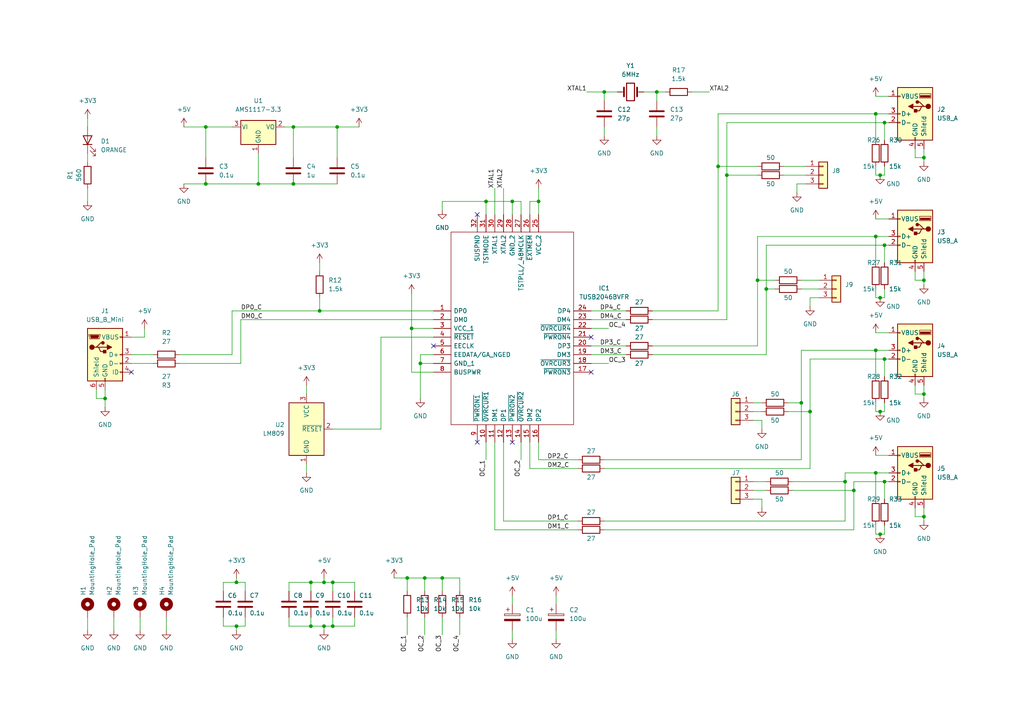
<source format=kicad_sch>
(kicad_sch (version 20211123) (generator eeschema)
  (paper "A4")
  (lib_symbols
    (symbol "Connector:USB_A" (pin_names (offset 1.016))
      (property "Reference" "J" (at -5.08 11.43 0))
      (property "Value" "USB_A" (at -5.08 8.89 0))
      (symbol "USB_A_0_1"
        (rectangle (start -5.08 -7.62) (end 5.08 7.62) (stroke (width 0.254)) (fill (type background)))
        (circle (center -3.81 2.159) (radius 0.635) (stroke (width 0.254)) (fill (type outline)))
        (rectangle (start -1.524 4.826) (end -4.318 5.334) (fill (type outline)))
        (rectangle (start -1.27 4.572) (end -4.572 5.842))
        (circle (center -0.635 3.429) (radius 0.381) (stroke (width 0.254)) (fill (type outline)))
        (rectangle (start -0.127 -7.62) (end 0.127 -6.858))
        (polyline (pts (xy -3.175 2.159) (xy -2.54 2.159) (xy -1.27 3.429) (xy -0.635 3.429)) (stroke (width 0.254)))
        (polyline (pts (xy -2.54 2.159) (xy -1.905 2.159) (xy -1.27 0.889) (xy 0 0.889)) (stroke (width 0.254)))
        (polyline (pts (xy 0.635 2.794) (xy 0.635 1.524) (xy 1.905 2.159) (xy 0.635 2.794)) (stroke (width 0.254)) (fill (type outline)))
        (rectangle (start 0.254 1.27) (end -0.508 0.508) (stroke (width 0.254)) (fill (type outline)))
        (rectangle (start 5.08 -2.667) (end 4.318 -2.413))
        (rectangle (start 5.08 -0.127) (end 4.318 0.127))
        (rectangle (start 5.08 4.953) (end 4.318 5.207))
      )
      (symbol "USB_A_1_1"
        (polyline (pts (xy -1.905 2.159) (xy 0.635 2.159)) (stroke (width 0.254)))
        (pin power_in line (at 7.62 5.08 180) (length 2.54) (name "VBUS") (number "1"))
        (pin bidirectional line (at 7.62 -2.54 180) (length 2.54) (name "D-") (number "2"))
        (pin bidirectional line (at 7.62 0 180) (length 2.54) (name "D+") (number "3"))
        (pin power_in line (at 0 -10.16 90) (length 2.54) (name "GND") (number "4"))
        (pin passive line (at -2.54 -10.16 90) (length 2.54) (name "Shield") (number "5"))
      )
    )
    (symbol "Connector:USB_B_Mini" (pin_names (offset 1.016))
      (property "Reference" "J" (at -5.08 11.43 0))
      (property "Value" "USB_B_Mini" (at -5.08 8.89 0))
      (symbol "USB_B_Mini_0_1"
        (rectangle (start -5.08 -7.62) (end 5.08 7.62) (stroke (width 0.254)) (fill (type background)))
        (circle (center -3.81 2.159) (radius 0.635) (stroke (width 0.254)) (fill (type outline)))
        (circle (center -0.635 3.429) (radius 0.381) (stroke (width 0.254)) (fill (type outline)))
        (rectangle (start -0.127 -7.62) (end 0.127 -6.858))
        (polyline (pts (xy -1.905 2.159) (xy 0.635 2.159)) (stroke (width 0.254)))
        (polyline (pts (xy -3.175 2.159) (xy -2.54 2.159) (xy -1.27 3.429) (xy -0.635 3.429)) (stroke (width 0.254)))
        (polyline (pts (xy -2.54 2.159) (xy -1.905 2.159) (xy -1.27 0.889) (xy 0 0.889)) (stroke (width 0.254)))
        (polyline (pts (xy 0.635 2.794) (xy 0.635 1.524) (xy 1.905 2.159) (xy 0.635 2.794)) (stroke (width 0.254)) (fill (type outline)))
        (polyline (pts (xy -4.318 5.588) (xy -1.778 5.588) (xy -2.032 4.826) (xy -4.064 4.826) (xy -4.318 5.588)) (fill (type outline)))
        (polyline (pts (xy -4.699 5.842) (xy -4.699 5.588) (xy -4.445 4.826) (xy -4.445 4.572) (xy -1.651 4.572) (xy -1.651 4.826) (xy -1.397 5.588) (xy -1.397 5.842) (xy -4.699 5.842)))
        (rectangle (start 0.254 1.27) (end -0.508 0.508) (stroke (width 0.254)) (fill (type outline)))
        (rectangle (start 5.08 -5.207) (end 4.318 -4.953))
        (rectangle (start 5.08 -2.667) (end 4.318 -2.413))
        (rectangle (start 5.08 -0.127) (end 4.318 0.127))
        (rectangle (start 5.08 4.953) (end 4.318 5.207))
      )
      (symbol "USB_B_Mini_1_1"
        (pin power_out line (at 7.62 5.08 180) (length 2.54) (name "VBUS") (number "1"))
        (pin bidirectional line (at 7.62 -2.54 180) (length 2.54) (name "D-") (number "2"))
        (pin bidirectional line (at 7.62 0 180) (length 2.54) (name "D+") (number "3"))
        (pin passive line (at 7.62 -5.08 180) (length 2.54) (name "ID") (number "4"))
        (pin power_out line (at 0 -10.16 90) (length 2.54) (name "GND") (number "5"))
        (pin passive line (at -2.54 -10.16 90) (length 2.54) (name "Shield") (number "6"))
      )
    )
    (symbol "Connector_Generic:Conn_01x03" (pin_names (offset 1.016) hide)
      (property "Reference" "J" (at 0 5.08 0))
      (property "Value" "Conn_01x03" (at 0 -5.08 0))
      (symbol "Conn_01x03_1_1"
        (rectangle (start -1.27 -2.413) (end 0 -2.667) (stroke (width 0.1524)))
        (rectangle (start -1.27 0.127) (end 0 -0.127) (stroke (width 0.1524)))
        (rectangle (start -1.27 2.667) (end 0 2.413) (stroke (width 0.1524)))
        (rectangle (start -1.27 3.81) (end 1.27 -3.81) (stroke (width 0.254)) (fill (type background)))
        (pin passive line (at -5.08 2.54 0) (length 3.81) (name "Pin_1") (number "1"))
        (pin passive line (at -5.08 0 0) (length 3.81) (name "Pin_2") (number "2"))
        (pin passive line (at -5.08 -2.54 0) (length 3.81) (name "Pin_3") (number "3"))
      )
    )
    (symbol "Device:C" (pin_numbers hide) (pin_names (offset 0.254))
      (property "Reference" "C" (at 0.635 2.54 0))
      (property "Value" "C" (at 0.635 -2.54 0))
      (symbol "C_0_1"
        (polyline (pts (xy -2.032 -0.762) (xy 2.032 -0.762)) (stroke (width 0.508)))
        (polyline (pts (xy -2.032 0.762) (xy 2.032 0.762)) (stroke (width 0.508)))
      )
      (symbol "C_1_1"
        (pin passive line (at 0 3.81 270) (length 2.794) (name "~") (number "1"))
        (pin passive line (at 0 -3.81 90) (length 2.794) (name "~") (number "2"))
      )
    )
    (symbol "Device:C_Polarized" (pin_numbers hide) (pin_names (offset 0.254))
      (property "Reference" "C" (at 0.635 2.54 0))
      (property "Value" "C_Polarized" (at 0.635 -2.54 0))
      (symbol "C_Polarized_0_1"
        (rectangle (start -2.286 0.508) (end 2.286 1.016))
        (polyline (pts (xy -1.778 2.286) (xy -0.762 2.286)))
        (polyline (pts (xy -1.27 2.794) (xy -1.27 1.778)))
        (rectangle (start 2.286 -0.508) (end -2.286 -1.016) (fill (type outline)))
      )
      (symbol "C_Polarized_1_1"
        (pin passive line (at 0 3.81 270) (length 2.794) (name "~") (number "1"))
        (pin passive line (at 0 -3.81 90) (length 2.794) (name "~") (number "2"))
      )
    )
    (symbol "Device:Crystal" (pin_numbers hide) (pin_names (offset 1.016) hide)
      (property "Reference" "Y" (at 0 3.81 0))
      (property "Value" "Crystal" (at 0 -3.81 0))
      (symbol "Crystal_0_1"
        (rectangle (start -1.143 2.54) (end 1.143 -2.54) (stroke (width 0.3048)))
        (polyline (pts (xy -2.54 0) (xy -1.905 0)))
        (polyline (pts (xy -1.905 -1.27) (xy -1.905 1.27)) (stroke (width 0.508)))
        (polyline (pts (xy 1.905 -1.27) (xy 1.905 1.27)) (stroke (width 0.508)))
        (polyline (pts (xy 2.54 0) (xy 1.905 0)))
      )
      (symbol "Crystal_1_1"
        (pin passive line (at -3.81 0 0) (length 1.27) (name "1") (number "1"))
        (pin passive line (at 3.81 0 180) (length 1.27) (name "2") (number "2"))
      )
    )
    (symbol "Device:LED" (pin_numbers hide) (pin_names (offset 1.016) hide)
      (property "Reference" "D" (at 0 2.54 0))
      (property "Value" "LED" (at 0 -2.54 0))
      (symbol "LED_0_1"
        (polyline (pts (xy -1.27 -1.27) (xy -1.27 1.27)) (stroke (width 0.254)))
        (polyline (pts (xy -1.27 0) (xy 1.27 0)))
        (polyline (pts (xy 1.27 -1.27) (xy 1.27 1.27) (xy -1.27 0) (xy 1.27 -1.27)) (stroke (width 0.254)))
        (polyline (pts (xy -3.048 -0.762) (xy -4.572 -2.286) (xy -3.81 -2.286) (xy -4.572 -2.286) (xy -4.572 -1.524)))
        (polyline (pts (xy -1.778 -0.762) (xy -3.302 -2.286) (xy -2.54 -2.286) (xy -3.302 -2.286) (xy -3.302 -1.524)))
      )
      (symbol "LED_1_1"
        (pin passive line (at -3.81 0 0) (length 2.54) (name "K") (number "1"))
        (pin passive line (at 3.81 0 180) (length 2.54) (name "A") (number "2"))
      )
    )
    (symbol "Device:R" (pin_numbers hide) (pin_names (offset 0))
      (property "Reference" "R" (at 2.032 0 90))
      (property "Value" "R" (at 0 0 90))
      (symbol "R_0_1"
        (rectangle (start -1.016 -2.54) (end 1.016 2.54) (stroke (width 0.254)))
      )
      (symbol "R_1_1"
        (pin passive line (at 0 3.81 270) (length 1.27) (name "~") (number "1"))
        (pin passive line (at 0 -3.81 90) (length 1.27) (name "~") (number "2"))
      )
    )
    (symbol "Mechanical:MountingHole_Pad" (pin_numbers hide) (pin_names (offset 1.016) hide)
      (property "Reference" "H" (at 0 6.35 0))
      (property "Value" "MountingHole_Pad" (at 0 4.445 0))
      (symbol "MountingHole_Pad_0_1"
        (circle (center 0 1.27) (radius 1.27) (stroke (width 1.27)))
      )
      (symbol "MountingHole_Pad_1_1"
        (pin input line (at 0 -2.54 90) (length 2.54) (name "1") (number "1"))
      )
    )
    (symbol "Power_Supervisor:LM809"
      (property "Reference" "U" (at 2.54 12.7 0))
      (property "Value" "LM809" (at 5.08 10.16 0))
      (symbol "LM809_0_1"
        (rectangle (start 5.08 7.62) (end -5.08 -7.62) (stroke (width 0.254)) (fill (type background)))
      )
      (symbol "LM809_1_1"
        (pin power_in line (at 0 -10.16 90) (length 2.54) (name "GND") (number "1"))
        (pin output line (at 7.62 0 180) (length 2.54) (name "~{RESET}") (number "2"))
        (pin power_in line (at 0 10.16 270) (length 2.54) (name "VCC") (number "3"))
      )
    )
    (symbol "Regulator_Linear:AMS1117-3.3" (pin_names (offset 0.254))
      (property "Reference" "U" (at -3.81 3.175 0))
      (property "Value" "AMS1117-3.3" (at 0 3.175 0))
      (symbol "AMS1117-3.3_0_1"
        (rectangle (start -5.08 -5.08) (end 5.08 1.905) (stroke (width 0.254)) (fill (type background)))
      )
      (symbol "AMS1117-3.3_1_1"
        (pin power_in line (at 0 -7.62 90) (length 2.54) (name "GND") (number "1"))
        (pin power_out line (at 7.62 0 180) (length 2.54) (name "VO") (number "2"))
        (pin power_in line (at -7.62 0 0) (length 2.54) (name "VI") (number "3"))
      )
    )
    (symbol "SamacSys_Parts:TUSB2046BVFR" (pin_names (offset 0.762))
      (property "Reference" "IC" (at 41.91 27.94 0))
      (property "Value" "TUSB2046BVFR" (at 41.91 25.4 0))
      (symbol "TUSB2046BVFR_0_0"
        (pin passive line (at 0 0 0) (length 5.08) (name "DP0") (number "1"))
        (pin passive line (at 15.24 -38.1 90) (length 5.08) (name "~{OVRCUR1}") (number "10"))
        (pin passive line (at 17.78 -38.1 90) (length 5.08) (name "DM1") (number "11"))
        (pin passive line (at 20.32 -38.1 90) (length 5.08) (name "DP1") (number "12"))
        (pin passive line (at 22.86 -38.1 90) (length 5.08) (name "~{PWRON2}") (number "13"))
        (pin passive line (at 25.4 -38.1 90) (length 5.08) (name "~{OVRCUR2}") (number "14"))
        (pin passive line (at 27.94 -38.1 90) (length 5.08) (name "DM2") (number "15"))
        (pin passive line (at 30.48 -38.1 90) (length 5.08) (name "DP2") (number "16"))
        (pin passive line (at 45.72 -17.78 180) (length 5.08) (name "~{PWRON3}") (number "17"))
        (pin passive line (at 45.72 -15.24 180) (length 5.08) (name "~{OVRCUR3}") (number "18"))
        (pin passive line (at 45.72 -12.7 180) (length 5.08) (name "DM3") (number "19"))
        (pin passive line (at 0 -2.54 0) (length 5.08) (name "DM0") (number "2"))
        (pin passive line (at 45.72 -10.16 180) (length 5.08) (name "DP3") (number "20"))
        (pin passive line (at 45.72 -7.62 180) (length 5.08) (name "~{PWRON4}") (number "21"))
        (pin passive line (at 45.72 -5.08 180) (length 5.08) (name "~{OVRCUR4}") (number "22"))
        (pin passive line (at 45.72 -2.54 180) (length 5.08) (name "DM4") (number "23"))
        (pin passive line (at 45.72 0 180) (length 5.08) (name "DP4") (number "24"))
        (pin passive line (at 30.48 27.94 270) (length 5.08) (name "VCC_2") (number "25"))
        (pin passive line (at 27.94 27.94 270) (length 5.08) (name "~{EXTMEM}") (number "26"))
        (pin passive line (at 25.4 27.94 270) (length 5.08) (name "TSTPLL/_48MCLK") (number "27"))
        (pin passive line (at 22.86 27.94 270) (length 5.08) (name "GND_2") (number "28"))
        (pin passive line (at 20.32 27.94 270) (length 5.08) (name "XTAL2") (number "29"))
        (pin passive line (at 0 -5.08 0) (length 5.08) (name "VCC_1") (number "3"))
        (pin passive line (at 17.78 27.94 270) (length 5.08) (name "XTAL1") (number "30"))
        (pin passive line (at 15.24 27.94 270) (length 5.08) (name "TSTMODE") (number "31"))
        (pin passive line (at 12.7 27.94 270) (length 5.08) (name "SUSPND") (number "32"))
        (pin passive line (at 0 -7.62 0) (length 5.08) (name "~{RESET}") (number "4"))
        (pin passive line (at 0 -10.16 0) (length 5.08) (name "EECLK") (number "5"))
        (pin passive line (at 0 -12.7 0) (length 5.08) (name "EEDATA/GA_NGED") (number "6"))
        (pin passive line (at 0 -15.24 0) (length 5.08) (name "GND_1") (number "7"))
        (pin passive line (at 0 -17.78 0) (length 5.08) (name "BUSPWR") (number "8"))
        (pin passive line (at 12.7 -38.1 90) (length 5.08) (name "~{PWRON1}") (number "9"))
      )
      (symbol "TUSB2046BVFR_0_1"
        (polyline (pts (xy 5.08 22.86) (xy 40.64 22.86) (xy 40.64 -33.02) (xy 5.08 -33.02) (xy 5.08 22.86)) (stroke (width 0.1524)))
      )
    )
    (symbol "power:+3V3" (power) (pin_names (offset 0))
      (property "Value" "+3V3" (at 0 3.556 0))
      (symbol "+3V3_0_1"
        (polyline (pts (xy -0.762 1.27) (xy 0 2.54)))
        (polyline (pts (xy 0 0) (xy 0 2.54)))
        (polyline (pts (xy 0 2.54) (xy 0.762 1.27)))
      )
      (symbol "+3V3_1_1"
        (pin power_in line (at 0 0 90) (length 0) hide (name "+3V3") (number "1"))
      )
    )
    (symbol "power:+5V" (power) (pin_names (offset 0))
      (property "Value" "+5V" (at 0 3.556 0))
      (symbol "+5V_0_1"
        (polyline (pts (xy -0.762 1.27) (xy 0 2.54)))
        (polyline (pts (xy 0 0) (xy 0 2.54)))
        (polyline (pts (xy 0 2.54) (xy 0.762 1.27)))
      )
      (symbol "+5V_1_1"
        (pin power_in line (at 0 0 90) (length 0) hide (name "+5V") (number "1"))
      )
    )
    (symbol "power:GND" (power) (pin_names (offset 0))
      (property "Value" "GND" (at 0 -3.81 0))
      (symbol "GND_0_1"
        (polyline (pts (xy 0 0) (xy 0 -1.27) (xy 1.27 -1.27) (xy 0 -2.54) (xy -1.27 -1.27) (xy 0 -1.27)))
      )
      (symbol "GND_1_1"
        (pin power_in line (at 0 0 270) (length 0) hide (name "GND") (number "1"))
      )
    )
  )
  (junction (at 175.26 26.67))
  (junction (at 232.41 116.84))
  (junction (at 255.27 86.36))
  (junction (at 156.21 58.42))
  (junction (at 256.54 104.14))
  (junction (at 208.28 48.26))
  (junction (at 267.97 149.86))
  (junction (at 267.97 114.3))
  (junction (at 90.17 181.61))
  (junction (at 68.58 168.91))
  (junction (at 119.38 95.25))
  (junction (at 254 68.58))
  (junction (at 59.69 53.34))
  (junction (at 96.52 168.91))
  (junction (at 254 101.6))
  (junction (at 247.65 142.24))
  (junction (at 255.27 154.94))
  (junction (at 90.17 168.91))
  (junction (at 267.97 81.28))
  (junction (at 74.93 53.34))
  (junction (at 68.58 181.61))
  (junction (at 123.19 167.64))
  (junction (at 148.59 58.42))
  (junction (at 121.92 105.41))
  (junction (at 97.79 36.83))
  (junction (at 256.54 139.7))
  (junction (at 210.82 50.8))
  (junction (at 96.52 181.61))
  (junction (at 85.09 53.34))
  (junction (at 254 137.16))
  (junction (at 93.98 181.61))
  (junction (at 92.71 90.17))
  (junction (at 30.48 115.57))
  (junction (at 85.09 36.83))
  (junction (at 245.11 139.7))
  (junction (at 234.95 119.38))
  (junction (at 222.25 83.82))
  (junction (at 254 33.02))
  (junction (at 256.54 71.12))
  (junction (at 255.27 50.8))
  (junction (at 93.98 168.91))
  (junction (at 256.54 35.56))
  (junction (at 267.97 45.72))
  (junction (at 128.27 167.64))
  (junction (at 59.69 36.83))
  (junction (at 140.97 58.42))
  (junction (at 118.11 167.64))
  (junction (at 190.5 26.67))
  (junction (at 219.71 81.28))
  (junction (at 255.27 119.38))
  (no_connect (at 125.73 100.33))
  (no_connect (at 38.1 107.95))
  (no_connect (at 171.45 97.79))
  (no_connect (at 138.43 128.27))
  (no_connect (at 148.59 128.27))
  (no_connect (at 171.45 107.95))
  (no_connect (at 138.43 62.23))
  (wire (pts (xy 119.38 85.09) (xy 119.38 95.25)))
  (wire (pts (xy 140.97 58.42) (xy 140.97 62.23)))
  (wire (pts (xy 27.94 115.57) (xy 30.48 115.57)))
  (wire (pts (xy 254 50.8) (xy 255.27 50.8)))
  (wire (pts (xy 30.48 113.03) (xy 30.48 115.57)))
  (wire (pts (xy 254 119.38) (xy 255.27 119.38)))
  (wire (pts (xy 267.97 111.76) (xy 267.97 114.3)))
  (wire (pts (xy 156.21 133.35) (xy 167.64 133.35)))
  (wire (pts (xy 265.43 78.74) (xy 265.43 81.28)))
  (wire (pts (xy 85.09 53.34) (xy 97.79 53.34)))
  (wire (pts (xy 148.59 58.42) (xy 140.97 58.42)))
  (wire (pts (xy 222.25 83.82) (xy 222.25 71.12)))
  (wire (pts (xy 74.93 53.34) (xy 85.09 53.34)))
  (wire (pts (xy 210.82 50.8) (xy 210.82 92.71)))
  (wire (pts (xy 219.71 68.58) (xy 254 68.58)))
  (wire (pts (xy 175.26 135.89) (xy 234.95 135.89)))
  (wire (pts (xy 219.71 81.28) (xy 219.71 68.58)))
  (wire (pts (xy 161.29 172.72) (xy 161.29 175.26)))
  (wire (pts (xy 171.45 102.87) (xy 181.61 102.87)))
  (wire (pts (xy 232.41 101.6) (xy 254 101.6)))
  (wire (pts (xy 256.54 83.82) (xy 256.54 86.36)))
  (wire (pts (xy 90.17 181.61) (xy 93.98 181.61)))
  (wire (pts (xy 175.26 133.35) (xy 232.41 133.35)))
  (wire (pts (xy 175.26 36.83) (xy 175.26 39.37)))
  (wire (pts (xy 254 101.6) (xy 257.81 101.6)))
  (wire (pts (xy 25.4 44.45) (xy 25.4 46.99)))
  (wire (pts (xy 265.43 111.76) (xy 265.43 114.3)))
  (wire (pts (xy 190.5 26.67) (xy 193.04 26.67)))
  (wire (pts (xy 210.82 35.56) (xy 210.82 50.8)))
  (wire (pts (xy 68.58 167.64) (xy 68.58 168.91)))
  (wire (pts (xy 265.43 147.32) (xy 265.43 149.86)))
  (wire (pts (xy 171.45 105.41) (xy 176.53 105.41)))
  (wire (pts (xy 254 137.16) (xy 254 144.78)))
  (wire (pts (xy 234.95 88.9) (xy 234.95 86.36)))
  (wire (pts (xy 234.95 119.38) (xy 234.95 135.89)))
  (wire (pts (xy 233.68 53.34) (xy 231.14 53.34)))
  (wire (pts (xy 254 152.4) (xy 254 154.94)))
  (wire (pts (xy 40.64 179.07) (xy 40.64 182.88)))
  (wire (pts (xy 267.97 149.86) (xy 267.97 151.13)))
  (wire (pts (xy 265.43 81.28) (xy 267.97 81.28)))
  (wire (pts (xy 83.82 181.61) (xy 90.17 181.61)))
  (wire (pts (xy 148.59 172.72) (xy 148.59 175.26)))
  (wire (pts (xy 265.43 43.18) (xy 265.43 45.72)))
  (wire (pts (xy 41.91 97.79) (xy 38.1 97.79)))
  (wire (pts (xy 68.58 182.88) (xy 68.58 181.61)))
  (wire (pts (xy 171.45 95.25) (xy 176.53 95.25)))
  (wire (pts (xy 161.29 182.88) (xy 161.29 185.42)))
  (wire (pts (xy 71.12 168.91) (xy 71.12 171.45)))
  (wire (pts (xy 96.52 168.91) (xy 102.87 168.91)))
  (wire (pts (xy 254 68.58) (xy 257.81 68.58)))
  (wire (pts (xy 254 33.02) (xy 254 40.64)))
  (wire (pts (xy 232.41 116.84) (xy 232.41 101.6)))
  (wire (pts (xy 64.77 179.07) (xy 64.77 181.61)))
  (wire (pts (xy 151.13 128.27) (xy 151.13 133.35)))
  (wire (pts (xy 88.9 111.76) (xy 88.9 114.3)))
  (wire (pts (xy 219.71 100.33) (xy 219.71 81.28)))
  (wire (pts (xy 33.02 179.07) (xy 33.02 182.88)))
  (wire (pts (xy 53.34 36.83) (xy 59.69 36.83)))
  (wire (pts (xy 68.58 168.91) (xy 71.12 168.91)))
  (wire (pts (xy 156.21 128.27) (xy 156.21 133.35)))
  (wire (pts (xy 254 86.36) (xy 255.27 86.36)))
  (wire (pts (xy 218.44 144.78) (xy 220.98 144.78)))
  (wire (pts (xy 123.19 179.07) (xy 123.19 184.15)))
  (wire (pts (xy 256.54 35.56) (xy 256.54 40.64)))
  (wire (pts (xy 64.77 181.61) (xy 68.58 181.61)))
  (wire (pts (xy 189.23 90.17) (xy 208.28 90.17)))
  (wire (pts (xy 222.25 102.87) (xy 222.25 83.82)))
  (wire (pts (xy 110.49 97.79) (xy 110.49 124.46)))
  (wire (pts (xy 256.54 48.26) (xy 256.54 50.8)))
  (wire (pts (xy 92.71 86.36) (xy 92.71 90.17)))
  (wire (pts (xy 52.07 105.41) (xy 69.85 105.41)))
  (wire (pts (xy 234.95 86.36) (xy 237.49 86.36)))
  (wire (pts (xy 140.97 128.27) (xy 140.97 133.35)))
  (wire (pts (xy 118.11 179.07) (xy 118.11 184.15)))
  (wire (pts (xy 118.11 167.64) (xy 123.19 167.64)))
  (wire (pts (xy 231.14 53.34) (xy 231.14 55.88)))
  (wire (pts (xy 254 33.02) (xy 257.81 33.02)))
  (wire (pts (xy 146.05 128.27) (xy 146.05 151.13)))
  (wire (pts (xy 48.26 179.07) (xy 48.26 182.88)))
  (wire (pts (xy 119.38 95.25) (xy 119.38 107.95)))
  (wire (pts (xy 110.49 124.46) (xy 96.52 124.46)))
  (wire (pts (xy 88.9 134.62) (xy 88.9 137.16)))
  (wire (pts (xy 208.28 33.02) (xy 254 33.02)))
  (wire (pts (xy 128.27 58.42) (xy 128.27 60.96)))
  (wire (pts (xy 234.95 104.14) (xy 234.95 119.38)))
  (wire (pts (xy 121.92 105.41) (xy 125.73 105.41)))
  (wire (pts (xy 133.35 179.07) (xy 133.35 184.15)))
  (wire (pts (xy 200.66 26.67) (xy 205.74 26.67)))
  (wire (pts (xy 256.54 104.14) (xy 256.54 109.22)))
  (wire (pts (xy 74.93 44.45) (xy 74.93 53.34)))
  (wire (pts (xy 125.73 92.71) (xy 69.85 92.71)))
  (wire (pts (xy 232.41 81.28) (xy 237.49 81.28)))
  (wire (pts (xy 267.97 114.3) (xy 267.97 115.57)))
  (wire (pts (xy 92.71 76.2) (xy 92.71 78.74)))
  (wire (pts (xy 267.97 45.72) (xy 267.97 46.99)))
  (wire (pts (xy 114.3 167.64) (xy 118.11 167.64)))
  (wire (pts (xy 227.33 48.26) (xy 233.68 48.26)))
  (wire (pts (xy 254 63.5) (xy 257.81 63.5)))
  (wire (pts (xy 64.77 171.45) (xy 64.77 168.91)))
  (wire (pts (xy 153.67 135.89) (xy 153.67 128.27)))
  (wire (pts (xy 254 68.58) (xy 254 76.2)))
  (wire (pts (xy 229.87 139.7) (xy 245.11 139.7)))
  (wire (pts (xy 123.19 167.64) (xy 128.27 167.64)))
  (wire (pts (xy 186.69 26.67) (xy 190.5 26.67)))
  (wire (pts (xy 256.54 152.4) (xy 256.54 154.94)))
  (wire (pts (xy 67.31 90.17) (xy 92.71 90.17)))
  (wire (pts (xy 189.23 102.87) (xy 222.25 102.87)))
  (wire (pts (xy 256.54 86.36) (xy 255.27 86.36)))
  (wire (pts (xy 265.43 149.86) (xy 267.97 149.86)))
  (wire (pts (xy 175.26 153.67) (xy 247.65 153.67)))
  (wire (pts (xy 256.54 154.94) (xy 255.27 154.94)))
  (wire (pts (xy 53.34 53.34) (xy 59.69 53.34)))
  (wire (pts (xy 170.18 26.67) (xy 175.26 26.67)))
  (wire (pts (xy 119.38 95.25) (xy 125.73 95.25)))
  (wire (pts (xy 146.05 151.13) (xy 167.64 151.13)))
  (wire (pts (xy 41.91 95.25) (xy 41.91 97.79)))
  (wire (pts (xy 256.54 119.38) (xy 255.27 119.38)))
  (wire (pts (xy 96.52 179.07) (xy 96.52 181.61)))
  (wire (pts (xy 208.28 90.17) (xy 208.28 48.26)))
  (wire (pts (xy 267.97 43.18) (xy 267.97 45.72)))
  (wire (pts (xy 222.25 71.12) (xy 256.54 71.12)))
  (wire (pts (xy 256.54 71.12) (xy 256.54 76.2)))
  (wire (pts (xy 52.07 102.87) (xy 67.31 102.87)))
  (wire (pts (xy 121.92 105.41) (xy 121.92 115.57)))
  (wire (pts (xy 25.4 34.29) (xy 25.4 36.83)))
  (wire (pts (xy 254 96.52) (xy 257.81 96.52)))
  (wire (pts (xy 125.73 97.79) (xy 110.49 97.79)))
  (wire (pts (xy 85.09 45.72) (xy 85.09 36.83)))
  (wire (pts (xy 97.79 36.83) (xy 104.14 36.83)))
  (wire (pts (xy 93.98 181.61) (xy 93.98 182.88)))
  (wire (pts (xy 190.5 26.67) (xy 190.5 29.21)))
  (wire (pts (xy 245.11 139.7) (xy 245.11 137.16)))
  (wire (pts (xy 38.1 102.87) (xy 44.45 102.87)))
  (wire (pts (xy 210.82 50.8) (xy 219.71 50.8)))
  (wire (pts (xy 227.33 50.8) (xy 233.68 50.8)))
  (wire (pts (xy 228.6 119.38) (xy 234.95 119.38)))
  (wire (pts (xy 175.26 151.13) (xy 245.11 151.13)))
  (wire (pts (xy 267.97 78.74) (xy 267.97 81.28)))
  (wire (pts (xy 83.82 171.45) (xy 83.82 168.91)))
  (wire (pts (xy 218.44 142.24) (xy 222.25 142.24)))
  (wire (pts (xy 210.82 92.71) (xy 189.23 92.71)))
  (wire (pts (xy 96.52 181.61) (xy 102.87 181.61)))
  (wire (pts (xy 148.59 58.42) (xy 148.59 62.23)))
  (wire (pts (xy 118.11 167.64) (xy 118.11 171.45)))
  (wire (pts (xy 254 48.26) (xy 254 50.8)))
  (wire (pts (xy 245.11 151.13) (xy 245.11 139.7)))
  (wire (pts (xy 90.17 179.07) (xy 90.17 181.61)))
  (wire (pts (xy 123.19 167.64) (xy 123.19 171.45)))
  (wire (pts (xy 232.41 83.82) (xy 237.49 83.82)))
  (wire (pts (xy 67.31 102.87) (xy 67.31 90.17)))
  (wire (pts (xy 254 27.94) (xy 257.81 27.94)))
  (wire (pts (xy 265.43 45.72) (xy 267.97 45.72)))
  (wire (pts (xy 25.4 179.07) (xy 25.4 182.88)))
  (wire (pts (xy 257.81 35.56) (xy 256.54 35.56)))
  (wire (pts (xy 247.65 139.7) (xy 256.54 139.7)))
  (wire (pts (xy 190.5 36.83) (xy 190.5 39.37)))
  (wire (pts (xy 254 154.94) (xy 255.27 154.94)))
  (wire (pts (xy 245.11 137.16) (xy 254 137.16)))
  (wire (pts (xy 146.05 54.61) (xy 146.05 62.23)))
  (wire (pts (xy 222.25 83.82) (xy 224.79 83.82)))
  (wire (pts (xy 171.45 100.33) (xy 181.61 100.33)))
  (wire (pts (xy 71.12 181.61) (xy 68.58 181.61)))
  (wire (pts (xy 38.1 105.41) (xy 44.45 105.41)))
  (wire (pts (xy 93.98 167.64) (xy 93.98 168.91)))
  (wire (pts (xy 151.13 62.23) (xy 151.13 58.42)))
  (wire (pts (xy 59.69 53.34) (xy 74.93 53.34)))
  (wire (pts (xy 83.82 168.91) (xy 90.17 168.91)))
  (wire (pts (xy 189.23 100.33) (xy 219.71 100.33)))
  (wire (pts (xy 71.12 179.07) (xy 71.12 181.61)))
  (wire (pts (xy 247.65 142.24) (xy 247.65 139.7)))
  (wire (pts (xy 229.87 142.24) (xy 247.65 142.24)))
  (wire (pts (xy 125.73 102.87) (xy 121.92 102.87)))
  (wire (pts (xy 228.6 116.84) (xy 232.41 116.84)))
  (wire (pts (xy 128.27 167.64) (xy 128.27 171.45)))
  (wire (pts (xy 156.21 58.42) (xy 156.21 62.23)))
  (wire (pts (xy 90.17 168.91) (xy 90.17 171.45)))
  (wire (pts (xy 256.54 116.84) (xy 256.54 119.38)))
  (wire (pts (xy 125.73 107.95) (xy 119.38 107.95)))
  (wire (pts (xy 59.69 45.72) (xy 59.69 36.83)))
  (wire (pts (xy 208.28 48.26) (xy 219.71 48.26)))
  (wire (pts (xy 69.85 92.71) (xy 69.85 105.41)))
  (wire (pts (xy 218.44 139.7) (xy 222.25 139.7)))
  (wire (pts (xy 219.71 81.28) (xy 224.79 81.28)))
  (wire (pts (xy 143.51 54.61) (xy 143.51 62.23)))
  (wire (pts (xy 220.98 121.92) (xy 220.98 124.46)))
  (wire (pts (xy 85.09 36.83) (xy 82.55 36.83)))
  (wire (pts (xy 254 137.16) (xy 257.81 137.16)))
  (wire (pts (xy 25.4 54.61) (xy 25.4 58.42)))
  (wire (pts (xy 102.87 168.91) (xy 102.87 171.45)))
  (wire (pts (xy 171.45 90.17) (xy 181.61 90.17)))
  (wire (pts (xy 156.21 54.61) (xy 156.21 58.42)))
  (wire (pts (xy 175.26 26.67) (xy 175.26 29.21)))
  (wire (pts (xy 267.97 147.32) (xy 267.97 149.86)))
  (wire (pts (xy 153.67 58.42) (xy 156.21 58.42)))
  (wire (pts (xy 256.54 35.56) (xy 210.82 35.56)))
  (wire (pts (xy 220.98 144.78) (xy 220.98 147.32)))
  (wire (pts (xy 83.82 179.07) (xy 83.82 181.61)))
  (wire (pts (xy 93.98 181.61) (xy 96.52 181.61)))
  (wire (pts (xy 96.52 168.91) (xy 96.52 171.45)))
  (wire (pts (xy 92.71 90.17) (xy 125.73 90.17)))
  (wire (pts (xy 64.77 168.91) (xy 68.58 168.91)))
  (wire (pts (xy 90.17 168.91) (xy 93.98 168.91)))
  (wire (pts (xy 267.97 81.28) (xy 267.97 82.55)))
  (wire (pts (xy 102.87 181.61) (xy 102.87 179.07)))
  (wire (pts (xy 167.64 135.89) (xy 153.67 135.89)))
  (wire (pts (xy 256.54 139.7) (xy 257.81 139.7)))
  (wire (pts (xy 167.64 153.67) (xy 143.51 153.67)))
  (wire (pts (xy 93.98 168.91) (xy 96.52 168.91)))
  (wire (pts (xy 59.69 36.83) (xy 67.31 36.83)))
  (wire (pts (xy 257.81 104.14) (xy 256.54 104.14)))
  (wire (pts (xy 256.54 50.8) (xy 255.27 50.8)))
  (wire (pts (xy 254 132.08) (xy 257.81 132.08)))
  (wire (pts (xy 208.28 48.26) (xy 208.28 33.02)))
  (wire (pts (xy 179.07 26.67) (xy 175.26 26.67)))
  (wire (pts (xy 254 116.84) (xy 254 119.38)))
  (wire (pts (xy 256.54 104.14) (xy 234.95 104.14)))
  (wire (pts (xy 143.51 153.67) (xy 143.51 128.27)))
  (wire (pts (xy 153.67 62.23) (xy 153.67 58.42)))
  (wire (pts (xy 128.27 167.64) (xy 133.35 167.64)))
  (wire (pts (xy 121.92 102.87) (xy 121.92 105.41)))
  (wire (pts (xy 140.97 58.42) (xy 128.27 58.42)))
  (wire (pts (xy 254 83.82) (xy 254 86.36)))
  (wire (pts (xy 151.13 58.42) (xy 148.59 58.42)))
  (wire (pts (xy 27.94 113.03) (xy 27.94 115.57)))
  (wire (pts (xy 97.79 36.83) (xy 85.09 36.83)))
  (wire (pts (xy 265.43 114.3) (xy 267.97 114.3)))
  (wire (pts (xy 254 101.6) (xy 254 109.22)))
  (wire (pts (xy 218.44 121.92) (xy 220.98 121.92)))
  (wire (pts (xy 232.41 133.35) (xy 232.41 116.84)))
  (wire (pts (xy 256.54 71.12) (xy 257.81 71.12)))
  (wire (pts (xy 171.45 92.71) (xy 181.61 92.71)))
  (wire (pts (xy 218.44 116.84) (xy 220.98 116.84)))
  (wire (pts (xy 218.44 119.38) (xy 220.98 119.38)))
  (wire (pts (xy 148.59 182.88) (xy 148.59 185.42)))
  (wire (pts (xy 247.65 153.67) (xy 247.65 142.24)))
  (wire (pts (xy 97.79 45.72) (xy 97.79 36.83)))
  (wire (pts (xy 256.54 139.7) (xy 256.54 144.78)))
  (wire (pts (xy 30.48 115.57) (xy 30.48 118.11)))
  (wire (pts (xy 128.27 179.07) (xy 128.27 184.15)))
  (wire (pts (xy 133.35 171.45) (xy 133.35 167.64)))
  (label "DM1_C" (at 158.75 153.67 0))
  (label "XTAL2" (at 205.74 26.67 0))
  (label "DP4_C" (at 173.99 90.17 0))
  (label "OC_3" (at 176.53 105.41 0))
  (label "DP2_C" (at 158.75 133.35 0))
  (label "OC_2" (at 123.19 184.15 270))
  (label "DM2_C" (at 158.75 135.89 0))
  (label "OC_4" (at 176.53 95.25 0))
  (label "DP3_C" (at 173.99 100.33 0))
  (label "OC_4" (at 133.35 184.15 270))
  (label "DP1_C" (at 158.75 151.13 0))
  (label "OC_3" (at 128.27 184.15 270))
  (label "DP0_C" (at 69.85 90.17 0))
  (label "OC_1" (at 118.11 184.15 270))
  (label "OC_1" (at 140.97 133.35 270))
  (label "XTAL1" (at 170.18 26.67 180))
  (label "XTAL1" (at 143.51 54.61 90))
  (label "DM0_C" (at 69.85 92.71 0))
  (label "XTAL2" (at 146.05 54.61 90))
  (label "DM3_C" (at 173.99 102.87 0))
  (label "DM4_C" (at 173.99 92.71 0))
  (label "OC_2" (at 151.13 133.35 270))
  (symbol (lib_id "Device:C") (at 97.79 49.53 0) (unit 1)
    (property "Reference" "C5" (at 101.6 48.2599 0) (effects (justify left)))
    (property "Value" "0.1u" (at 101.6 50.7999 0) (effects (justify left)))
    (property "Footprint" "Capacitor_SMD:C_0805_2012Metric" (effects hide))
  )
  (symbol (lib_id "power:+3V3") (at 92.71 76.2 0) (unit 1)
    (property "Reference" "#PWR0123" (effects hide))
    (property "Value" "+3V3" (at 92.71 71.12 0))
  )
  (symbol (lib_id "power:GND") (at 68.58 182.88 0) (unit 1)
    (property "Reference" "#PWR0128" (effects hide))
    (property "Value" "GND" (at 68.58 187.96 0))
  )
  (symbol (lib_id "power:+3V3") (at 156.21 54.61 0) (unit 1)
    (property "Reference" "#PWR0137" (effects hide))
    (property "Value" "+3V3" (at 156.21 49.53 0))
  )
  (symbol (lib_id "Connector_Generic:Conn_01x03") (at 242.57 83.82 0) (unit 1)
    (property "Reference" "J9" (at 245.11 82.5499 0) (effects (justify left)))
    (property "Value" "Conn_01x03" (effects hide))
    (property "Footprint" "Connector_PinHeader_2.54mm:PinHeader_1x03_P2.54mm_Vertical" (effects hide))
  )
  (symbol (lib_id "power:GND") (at 267.97 151.13 0) (unit 1)
    (property "Reference" "#PWR0103" (effects hide))
    (property "Value" "GND" (at 267.97 156.21 0))
  )
  (symbol (lib_id "power:GND") (at 88.9 137.16 0) (unit 1)
    (property "Reference" "#PWR0119" (effects hide))
    (property "Value" "GND" (at 88.9 142.24 0))
  )
  (symbol (lib_id "Device:R") (at 226.06 142.24 90) (unit 1)
    (property "Reference" "R23" (effects hide))
    (property "Value" "50" (at 226.06 144.78 90))
    (property "Footprint" "Resistor_SMD:R_0805_2012Metric" (effects hide))
  )
  (symbol (lib_id "Device:R") (at 171.45 135.89 90) (unit 1)
    (property "Reference" "R5" (effects hide))
    (property "Value" "27" (at 171.45 138.43 90))
    (property "Footprint" "Resistor_SMD:R_0805_2012Metric" (effects hide))
  )
  (symbol (lib_id "power:GND") (at 175.26 39.37 0) (unit 1)
    (property "Reference" "#PWR0138" (effects hide))
    (property "Value" "GND" (at 175.26 44.45 0))
  )
  (symbol (lib_id "power:+5V") (at 41.91 95.25 0) (unit 1)
    (property "Reference" "#PWR0122" (effects hide))
    (property "Value" "+5V" (at 41.91 90.17 0))
  )
  (symbol (lib_id "Device:R") (at 226.06 139.7 90) (unit 1)
    (property "Reference" "R22" (effects hide))
    (property "Value" "50" (at 226.06 137.16 90))
    (property "Footprint" "Resistor_SMD:R_0805_2012Metric" (effects hide))
  )
  (symbol (lib_id "power:GND") (at 121.92 115.57 0) (unit 1)
    (property "Reference" "#PWR0121" (effects hide))
    (property "Value" "GND" (at 121.92 120.65 0))
  )
  (symbol (lib_id "Device:R") (at 256.54 80.01 180) (unit 1)
    (property "Reference" "R31" (at 257.81 76.2 0) (effects (justify right)))
    (property "Value" "15k" (at 257.81 83.82 0) (effects (justify right)))
    (property "Footprint" "Resistor_SMD:R_0805_2012Metric" (effects hide))
  )
  (symbol (lib_id "SamacSys_Parts:TUSB2046BVFR") (at 125.73 90.17 0) (unit 1)
    (property "Reference" "IC1" (at 175.26 83.5912 0))
    (property "Value" "TUSB2046BVFR" (at 175.26 86.1312 0))
    (property "Footprint" "QFP80P900X900X160-32N" (effects hide))
    (property "Datasheet" "http://www.ti.com/lit/gpn/tusb2046b" (effects hide))
    (property "Description" "4-Port USB 2.0 12 Mbps USB Full-Speed Hub" (effects hide))
    (property "Height" "1.6" (effects hide))
    (property "Mouser Part Number" "595-TUSB2046BVFR" (effects hide))
    (property "Mouser Price/Stock" "https://www.mouser.co.uk/ProductDetail/Texas-Instruments/TUSB2046BVFR?qs=6gY4t2uohMyMq%252B%252BjecEiPQ%3D%3D" (effects hide))
    (property "Manufacturer_Name" "Texas Instruments" (effects hide))
    (property "Manufacturer_Part_Number" "TUSB2046BVFR" (effects hide))
  )
  (symbol (lib_id "power:+3V3") (at 88.9 111.76 0) (unit 1)
    (property "Reference" "#PWR0120" (effects hide))
    (property "Value" "+3V3" (at 88.9 106.68 0))
  )
  (symbol (lib_id "power:GND") (at 255.27 154.94 0) (unit 1)
    (property "Reference" "#PWR0135" (effects hide))
    (property "Value" "GND" (at 255.27 160.02 0))
  )
  (symbol (lib_id "Device:C") (at 71.12 175.26 0) (unit 1)
    (property "Reference" "C7" (at 72.39 172.72 0) (effects (justify left)))
    (property "Value" "0.1u" (at 72.39 177.8 0) (effects (justify left)))
    (property "Footprint" "Capacitor_SMD:C_0805_2012Metric" (effects hide))
  )
  (symbol (lib_id "power:GND") (at 255.27 50.8 0) (unit 1)
    (property "Reference" "#PWR0132" (effects hide))
    (property "Value" "GND" (at 259.08 53.34 0))
  )
  (symbol (lib_id "Device:R") (at 48.26 102.87 90) (unit 1)
    (property "Reference" "R2" (at 48.26 96.52 90))
    (property "Value" "27" (at 48.26 99.06 90))
    (property "Footprint" "Resistor_SMD:R_0805_2012Metric" (effects hide))
  )
  (symbol (lib_id "Device:R") (at 48.26 105.41 90) (unit 1)
    (property "Reference" "R3" (at 48.26 111.76 90))
    (property "Value" "27" (at 48.26 109.22 90))
    (property "Footprint" "Resistor_SMD:R_0805_2012Metric" (effects hide))
  )
  (symbol (lib_id "power:+5V") (at 254 132.08 0) (unit 1)
    (property "Reference" "#PWR0133" (effects hide))
    (property "Value" "+5V" (at 254 127 0))
  )
  (symbol (lib_id "Device:R") (at 228.6 83.82 90) (unit 1)
    (property "Reference" "R25" (effects hide))
    (property "Value" "50" (at 228.6 86.36 90))
    (property "Footprint" "Resistor_SMD:R_0805_2012Metric" (effects hide))
  )
  (symbol (lib_id "Device:C") (at 59.69 49.53 0) (unit 1)
    (property "Reference" "C3" (at 63.5 48.2599 0) (effects (justify left)))
    (property "Value" "0.1u" (at 63.5 50.7999 0) (effects (justify left)))
    (property "Footprint" "Capacitor_SMD:C_0805_2012Metric" (effects hide))
  )
  (symbol (lib_id "Device:R") (at 123.19 175.26 0) (unit 1)
    (property "Reference" "R14" (at 125.73 173.9899 0) (effects (justify left)))
    (property "Value" "10k" (at 125.73 176.5299 0) (effects (justify left)))
    (property "Footprint" "Resistor_SMD:R_0805_2012Metric" (effects hide))
  )
  (symbol (lib_id "Mechanical:MountingHole_Pad") (at 33.02 176.53 0) (unit 1)
    (property "Reference" "H2" (at 31.7499 172.72 90) (effects (justify left)))
    (property "Value" "MountingHole_Pad" (at 34.2899 172.72 90) (effects (justify left)))
    (property "Footprint" "MountingHole:MountingHole_3.2mm_M3_Pad" (effects hide))
  )
  (symbol (lib_id "power:+5V") (at 53.34 36.83 0) (unit 1)
    (property "Reference" "#PWR0116" (effects hide))
    (property "Value" "+5V" (at 53.34 31.75 0))
  )
  (symbol (lib_id "power:+3V3") (at 104.14 36.83 0) (unit 1)
    (property "Reference" "#PWR0118" (effects hide))
    (property "Value" "+3V3" (at 104.14 31.75 0))
  )
  (symbol (lib_id "power:GND") (at 25.4 182.88 0) (unit 1)
    (property "Reference" "#PWR0106" (effects hide))
    (property "Value" "GND" (at 25.4 187.96 0))
  )
  (symbol (lib_id "power:GND") (at 48.26 182.88 0) (unit 1)
    (property "Reference" "#PWR0109" (effects hide))
    (property "Value" "GND" (at 48.26 187.96 0))
  )
  (symbol (lib_id "Device:Crystal") (at 182.88 26.67 0) (unit 1)
    (property "Reference" "Y1" (at 182.88 19.05 0))
    (property "Value" "6MHz" (at 182.88 21.59 0))
    (property "Footprint" "Crystal:Crystal_HC49-4H_Vertical" (effects hide))
  )
  (symbol (lib_id "Mechanical:MountingHole_Pad") (at 40.64 176.53 0) (unit 1)
    (property "Reference" "H3" (at 39.3699 172.72 90) (effects (justify left)))
    (property "Value" "MountingHole_Pad" (at 41.9099 172.72 90) (effects (justify left)))
    (property "Footprint" "MountingHole:MountingHole_3.2mm_M3_Pad" (effects hide))
  )
  (symbol (lib_id "power:+5V") (at 161.29 172.72 0) (unit 1)
    (property "Reference" "#PWR0112" (effects hide))
    (property "Value" "+5V" (at 161.29 167.64 0))
  )
  (symbol (lib_id "Mechanical:MountingHole_Pad") (at 25.4 176.53 0) (unit 1)
    (property "Reference" "H1" (at 24.1299 172.72 90) (effects (justify left)))
    (property "Value" "MountingHole_Pad" (at 26.6699 172.72 90) (effects (justify left)))
    (property "Footprint" "MountingHole:MountingHole_3.2mm_M3_Pad" (effects hide))
  )
  (symbol (lib_id "Device:LED") (at 25.4 40.64 90) (unit 1)
    (property "Reference" "D1" (at 29.21 40.9574 90) (effects (justify right)))
    (property "Value" "ORANGE" (at 29.21 43.4974 90) (effects (justify right)))
    (property "Footprint" "LED_SMD:LED_0805_2012Metric" (effects hide))
  )
  (symbol (lib_id "Mechanical:MountingHole_Pad") (at 48.26 176.53 0) (unit 1)
    (property "Reference" "H4" (at 46.9899 172.72 90) (effects (justify left)))
    (property "Value" "MountingHole_Pad" (at 49.5299 172.72 90) (effects (justify left)))
    (property "Footprint" "MountingHole:MountingHole_3.2mm_M3_Pad" (effects hide))
  )
  (symbol (lib_id "Device:R") (at 256.54 148.59 180) (unit 1)
    (property "Reference" "R33" (at 257.81 144.78 0) (effects (justify right)))
    (property "Value" "15k" (at 257.81 152.4 0) (effects (justify right)))
    (property "Footprint" "Resistor_SMD:R_0805_2012Metric" (effects hide))
  )
  (symbol (lib_id "power:GND") (at 25.4 58.42 0) (unit 1)
    (property "Reference" "#PWR0114" (effects hide))
    (property "Value" "GND" (at 25.4 63.5 0))
  )
  (symbol (lib_id "Connector_Generic:Conn_01x03") (at 213.36 142.24 0) (mirror y) (unit 1)
    (property "Reference" "J7" (at 214.63 137.16 0) (effects (justify left)))
    (property "Value" "Conn_01x03" (effects hide))
    (property "Footprint" "Connector_PinHeader_2.54mm:PinHeader_1x03_P2.54mm_Vertical" (effects hide))
  )
  (symbol (lib_id "Device:R") (at 171.45 133.35 90) (unit 1)
    (property "Reference" "R4" (effects hide))
    (property "Value" "27" (at 171.45 130.81 90))
    (property "Footprint" "Resistor_SMD:R_0805_2012Metric" (effects hide))
  )
  (symbol (lib_id "Device:R") (at 254 148.59 180) (unit 1)
    (property "Reference" "R29" (at 251.46 144.78 0) (effects (justify right)))
    (property "Value" "15k" (at 250.19 152.4 0) (effects (justify right)))
    (property "Footprint" "Resistor_SMD:R_0805_2012Metric" (effects hide))
  )
  (symbol (lib_id "Device:R") (at 133.35 175.26 0) (unit 1)
    (property "Reference" "R16" (at 135.89 173.9899 0) (effects (justify left)))
    (property "Value" "10k" (at 135.89 176.5299 0) (effects (justify left)))
    (property "Footprint" "Resistor_SMD:R_0805_2012Metric" (effects hide))
  )
  (symbol (lib_id "Device:R") (at 254 80.01 180) (unit 1)
    (property "Reference" "R27" (at 251.46 76.2 0) (effects (justify right)))
    (property "Value" "15k" (at 250.19 83.82 0) (effects (justify right)))
    (property "Footprint" "Resistor_SMD:R_0805_2012Metric" (effects hide))
  )
  (symbol (lib_id "power:GND") (at 128.27 60.96 0) (unit 1)
    (property "Reference" "#PWR0136" (effects hide))
    (property "Value" "GND" (at 128.27 66.04 0))
  )
  (symbol (lib_id "power:+5V") (at 93.98 167.64 0) (unit 1)
    (property "Reference" "#PWR0127" (effects hide))
    (property "Value" "+5V" (at 93.98 162.56 0))
  )
  (symbol (lib_id "power:GND") (at 255.27 86.36 0) (unit 1)
    (property "Reference" "#PWR0139" (effects hide))
    (property "Value" "GND" (at 259.08 88.9 0))
  )
  (symbol (lib_id "Device:R") (at 185.42 92.71 90) (unit 1)
    (property "Reference" "R9" (effects hide))
    (property "Value" "27" (at 185.42 95.25 90))
    (property "Footprint" "Resistor_SMD:R_0805_2012Metric" (effects hide))
  )
  (symbol (lib_id "power:+5V") (at 254 27.94 0) (unit 1)
    (property "Reference" "#PWR0131" (effects hide))
    (property "Value" "+5V" (at 254 22.86 0))
  )
  (symbol (lib_id "Device:R") (at 171.45 151.13 90) (unit 1)
    (property "Reference" "R6" (effects hide))
    (property "Value" "27" (at 171.45 148.59 90))
    (property "Footprint" "Resistor_SMD:R_0805_2012Metric" (effects hide))
  )
  (symbol (lib_id "power:GND") (at 231.14 55.88 0) (unit 1)
    (property "Reference" "#PWR0145" (effects hide))
    (property "Value" "GND" (at 231.14 60.96 0))
  )
  (symbol (lib_id "Device:R") (at 228.6 81.28 90) (unit 1)
    (property "Reference" "R24" (effects hide))
    (property "Value" "50" (at 228.6 78.74 90))
    (property "Footprint" "Resistor_SMD:R_0805_2012Metric" (effects hide))
  )
  (symbol (lib_id "Device:R") (at 92.71 82.55 180) (unit 1)
    (property "Reference" "R12" (at 95.25 81.2799 0) (effects (justify right)))
    (property "Value" "1.5k" (at 95.25 83.8199 0) (effects (justify right)))
    (property "Footprint" "Resistor_SMD:R_0805_2012Metric" (effects hide))
  )
  (symbol (lib_id "Device:C") (at 96.52 175.26 0) (unit 1)
    (property "Reference" "C10" (at 97.79 172.72 0) (effects (justify left)))
    (property "Value" "0.1u" (at 97.79 177.8 0) (effects (justify left)))
    (property "Footprint" "Capacitor_SMD:C_0805_2012Metric" (effects hide))
  )
  (symbol (lib_id "Device:R") (at 254 113.03 180) (unit 1)
    (property "Reference" "R28" (at 251.46 109.22 0) (effects (justify right)))
    (property "Value" "15k" (at 250.19 116.84 0) (effects (justify right)))
    (property "Footprint" "Resistor_SMD:R_0805_2012Metric" (effects hide))
  )
  (symbol (lib_id "Connector_Generic:Conn_01x03") (at 213.36 119.38 0) (mirror y) (unit 1)
    (property "Reference" "J6" (at 213.36 114.3 0))
    (property "Value" "Conn_01x03" (effects hide))
    (property "Footprint" "Connector_PinHeader_2.54mm:PinHeader_1x03_P2.54mm_Vertical" (effects hide))
  )
  (symbol (lib_id "Device:C") (at 85.09 49.53 0) (unit 1)
    (property "Reference" "C4" (at 88.9 48.2599 0) (effects (justify left)))
    (property "Value" "1u" (at 88.9 50.7999 0) (effects (justify left)))
    (property "Footprint" "Capacitor_SMD:C_0805_2012Metric" (effects hide))
  )
  (symbol (lib_id "Device:R") (at 171.45 153.67 90) (unit 1)
    (property "Reference" "R7" (effects hide))
    (property "Value" "27" (at 171.45 156.21 90))
    (property "Footprint" "Resistor_SMD:R_0805_2012Metric" (effects hide))
  )
  (symbol (lib_id "power:GND") (at 255.27 119.38 0) (unit 1)
    (property "Reference" "#PWR0134" (effects hide))
    (property "Value" "GND" (at 259.08 121.92 0))
  )
  (symbol (lib_id "power:+3V3") (at 68.58 167.64 0) (unit 1)
    (property "Reference" "#PWR0129" (effects hide))
    (property "Value" "+3V3" (at 68.58 162.56 0))
  )
  (symbol (lib_id "power:GND") (at 234.95 88.9 0) (unit 1)
    (property "Reference" "#PWR0140" (effects hide))
    (property "Value" "GND" (at 234.95 93.98 0))
  )
  (symbol (lib_id "power:GND") (at 148.59 185.42 0) (unit 1)
    (property "Reference" "#PWR0110" (effects hide))
    (property "Value" "GND" (at 148.59 190.5 0))
  )
  (symbol (lib_id "power:GND") (at 190.5 39.37 0) (unit 1)
    (property "Reference" "#PWR0130" (effects hide))
    (property "Value" "GND" (at 190.5 44.45 0))
  )
  (symbol (lib_id "Connector:USB_A") (at 265.43 137.16 0) (mirror y) (unit 1)
    (property "Reference" "J5" (at 271.78 135.8899 0) (effects (justify right)))
    (property "Value" "USB_A" (at 271.78 138.4299 0) (effects (justify right)))
    (property "Footprint" "Connector_USB:USB_A_CONNFLY_DS1095-WNR0" (effects hide))
    (property "Datasheet" " ~" (effects hide))
  )
  (symbol (lib_id "power:+3V3") (at 25.4 34.29 0) (unit 1)
    (property "Reference" "#PWR0115" (effects hide))
    (property "Value" "+3V3" (at 25.4 29.21 0))
  )
  (symbol (lib_id "Device:R") (at 254 44.45 180) (unit 1)
    (property "Reference" "R26" (at 251.46 40.64 0) (effects (justify right)))
    (property "Value" "15k" (at 250.19 48.26 0) (effects (justify right)))
    (property "Footprint" "Resistor_SMD:R_0805_2012Metric" (effects hide))
  )
  (symbol (lib_id "Device:C") (at 83.82 175.26 0) (unit 1)
    (property "Reference" "C8" (at 85.09 172.72 0) (effects (justify left)))
    (property "Value" "0.1u" (at 85.09 177.8 0) (effects (justify left)))
    (property "Footprint" "Capacitor_SMD:C_0805_2012Metric" (effects hide))
  )
  (symbol (lib_id "Device:R") (at 185.42 102.87 90) (unit 1)
    (property "Reference" "R11" (effects hide))
    (property "Value" "27" (at 185.42 105.41 90))
    (property "Footprint" "Resistor_SMD:R_0805_2012Metric" (effects hide))
  )
  (symbol (lib_id "Connector:USB_A") (at 265.43 101.6 0) (mirror y) (unit 1)
    (property "Reference" "J4" (at 271.78 100.3299 0) (effects (justify right)))
    (property "Value" "USB_A" (at 271.78 102.8699 0) (effects (justify right)))
    (property "Footprint" "Connector_USB:USB_A_CONNFLY_DS1095-WNR0" (effects hide))
    (property "Datasheet" " ~" (effects hide))
  )
  (symbol (lib_id "Device:R") (at 256.54 113.03 180) (unit 1)
    (property "Reference" "R32" (at 257.81 109.22 0) (effects (justify right)))
    (property "Value" "15k" (at 257.81 116.84 0) (effects (justify right)))
    (property "Footprint" "Resistor_SMD:R_0805_2012Metric" (effects hide))
  )
  (symbol (lib_id "Regulator_Linear:AMS1117-3.3") (at 74.93 36.83 0) (unit 1)
    (property "Reference" "U1" (at 74.93 29.21 0))
    (property "Value" "AMS1117-3.3" (at 74.93 31.75 0))
    (property "Footprint" "Package_TO_SOT_SMD:SOT-223-3_TabPin2" (effects hide))
    (property "Datasheet" "http://www.advanced-monolithic.com/pdf/ds1117.pdf" (effects hide))
  )
  (symbol (lib_id "power:GND") (at 220.98 147.32 0) (unit 1)
    (property "Reference" "#PWR0141" (effects hide))
    (property "Value" "GND" (effects hide))
  )
  (symbol (lib_id "power:GND") (at 220.98 124.46 0) (unit 1)
    (property "Reference" "#PWR0142" (effects hide))
    (property "Value" "GND" (at 220.98 129.54 0))
  )
  (symbol (lib_id "Connector:USB_A") (at 265.43 68.58 0) (mirror y) (unit 1)
    (property "Reference" "J3" (at 271.78 67.3099 0) (effects (justify right)))
    (property "Value" "USB_A" (at 271.78 69.8499 0) (effects (justify right)))
    (property "Footprint" "Connector_USB:USB_A_CONNFLY_DS1095-WNR0" (effects hide))
    (property "Datasheet" " ~" (effects hide))
  )
  (symbol (lib_id "Device:R") (at 185.42 100.33 90) (unit 1)
    (property "Reference" "R10" (effects hide))
    (property "Value" "27" (at 185.42 97.79 90))
    (property "Footprint" "Resistor_SMD:R_0805_2012Metric" (effects hide))
  )
  (symbol (lib_id "Device:C") (at 190.5 33.02 0) (unit 1)
    (property "Reference" "C13" (at 194.31 31.7499 0) (effects (justify left)))
    (property "Value" "27p" (at 194.31 34.2899 0) (effects (justify left)))
    (property "Footprint" "Capacitor_SMD:C_0805_2012Metric" (effects hide))
  )
  (symbol (lib_id "power:GND") (at 33.02 182.88 0) (unit 1)
    (property "Reference" "#PWR0107" (effects hide))
    (property "Value" "GND" (at 33.02 187.96 0))
  )
  (symbol (lib_id "power:GND") (at 40.64 182.88 0) (unit 1)
    (property "Reference" "#PWR0108" (effects hide))
    (property "Value" "GND" (at 40.64 187.96 0))
  )
  (symbol (lib_id "power:GND") (at 93.98 182.88 0) (unit 1)
    (property "Reference" "#PWR0126" (effects hide))
    (property "Value" "GND" (at 93.98 187.96 0))
  )
  (symbol (lib_id "power:+3V3") (at 114.3 167.64 0) (unit 1)
    (property "Reference" "#PWR0125" (effects hide))
    (property "Value" "+3V3" (at 114.3 162.56 0))
  )
  (symbol (lib_id "power:+5V") (at 254 96.52 0) (unit 1)
    (property "Reference" "#PWR0144" (effects hide))
    (property "Value" "+5V" (at 254 91.44 0))
  )
  (symbol (lib_id "Device:R") (at 223.52 50.8 90) (unit 1)
    (property "Reference" "R19" (effects hide))
    (property "Value" "50" (at 223.52 53.34 90))
    (property "Footprint" "Resistor_SMD:R_0805_2012Metric" (effects hide))
  )
  (symbol (lib_id "power:GND") (at 161.29 185.42 0) (unit 1)
    (property "Reference" "#PWR0113" (effects hide))
    (property "Value" "GND" (at 161.29 190.5 0))
  )
  (symbol (lib_id "power:+5V") (at 254 63.5 0) (unit 1)
    (property "Reference" "#PWR0143" (effects hide))
    (property "Value" "+5V" (at 254 58.42 0))
  )
  (symbol (lib_id "Device:C") (at 90.17 175.26 0) (unit 1)
    (property "Reference" "C9" (at 91.44 172.72 0) (effects (justify left)))
    (property "Value" "0.1u" (at 91.44 177.8 0) (effects (justify left)))
    (property "Footprint" "Capacitor_SMD:C_0805_2012Metric" (effects hide))
  )
  (symbol (lib_id "Device:R") (at 256.54 44.45 180) (unit 1)
    (property "Reference" "R30" (at 257.81 40.64 0) (effects (justify right)))
    (property "Value" "15k" (at 257.81 48.26 0) (effects (justify right)))
    (property "Footprint" "Resistor_SMD:R_0805_2012Metric" (effects hide))
  )
  (symbol (lib_id "power:GND") (at 267.97 46.99 0) (unit 1)
    (property "Reference" "#PWR0102" (effects hide))
    (property "Value" "GND" (at 267.97 52.07 0))
  )
  (symbol (lib_id "Device:R") (at 25.4 50.8 180) (unit 1)
    (property "Reference" "R1" (at 20.32 50.8 90))
    (property "Value" "560" (at 22.86 50.8 90))
    (property "Footprint" "Resistor_SMD:R_0805_2012Metric" (effects hide))
  )
  (symbol (lib_id "Device:R") (at 224.79 119.38 90) (unit 1)
    (property "Reference" "R21" (effects hide))
    (property "Value" "50" (at 224.79 121.92 90))
    (property "Footprint" "Resistor_SMD:R_0805_2012Metric" (effects hide))
  )
  (symbol (lib_id "power:GND") (at 267.97 115.57 0) (unit 1)
    (property "Reference" "#PWR0104" (effects hide))
    (property "Value" "GND" (at 267.97 120.65 0))
  )
  (symbol (lib_id "Connector:USB_A") (at 265.43 33.02 0) (mirror y) (unit 1)
    (property "Reference" "J2" (at 271.78 31.7499 0) (effects (justify right)))
    (property "Value" "USB_A" (at 271.78 34.2899 0) (effects (justify right)))
    (property "Footprint" "Connector_USB:USB_A_CONNFLY_DS1095-WNR0" (effects hide))
    (property "Datasheet" " ~" (effects hide))
  )
  (symbol (lib_id "Device:R") (at 128.27 175.26 0) (unit 1)
    (property "Reference" "R15" (at 130.81 173.9899 0) (effects (justify left)))
    (property "Value" "10k" (at 130.81 176.5299 0) (effects (justify left)))
    (property "Footprint" "Resistor_SMD:R_0805_2012Metric" (effects hide))
  )
  (symbol (lib_id "Connector_Generic:Conn_01x03") (at 238.76 50.8 0) (unit 1)
    (property "Reference" "J8" (at 241.3 49.5299 0) (effects (justify left)))
    (property "Value" "Conn_01x03" (effects hide))
    (property "Footprint" "Connector_PinHeader_2.54mm:PinHeader_1x03_P2.54mm_Vertical" (effects hide))
  )
  (symbol (lib_id "Device:C") (at 102.87 175.26 0) (unit 1)
    (property "Reference" "C11" (at 104.14 172.72 0) (effects (justify left)))
    (property "Value" "0.1u" (at 104.14 177.8 0) (effects (justify left)))
    (property "Footprint" "Capacitor_SMD:C_0805_2012Metric" (effects hide))
  )
  (symbol (lib_id "Device:C") (at 64.77 175.26 0) (unit 1)
    (property "Reference" "C6" (at 66.04 172.72 0) (effects (justify left)))
    (property "Value" "0.1u" (at 66.04 177.8 0) (effects (justify left)))
    (property "Footprint" "Capacitor_SMD:C_0805_2012Metric" (effects hide))
  )
  (symbol (lib_id "Connector:USB_B_Mini") (at 30.48 102.87 0) (unit 1)
    (property "Reference" "J1" (at 30.48 90.17 0))
    (property "Value" "USB_B_Mini" (at 30.48 92.71 0))
    (property "Footprint" "Connector_USB:USB_Mini-B_Wuerth_65100516121_Horizontal" (effects hide))
  )
  (symbol (lib_id "Device:R") (at 224.79 116.84 90) (unit 1)
    (property "Reference" "R20" (effects hide))
    (property "Value" "50" (at 224.79 114.3 90))
    (property "Footprint" "Resistor_SMD:R_0805_2012Metric" (effects hide))
  )
  (symbol (lib_id "Device:R") (at 185.42 90.17 90) (unit 1)
    (property "Reference" "R8" (effects hide))
    (property "Value" "27" (at 185.42 87.63 90))
    (property "Footprint" "Resistor_SMD:R_0805_2012Metric" (effects hide))
  )
  (symbol (lib_id "power:GND") (at 267.97 82.55 0) (unit 1)
    (property "Reference" "#PWR0101" (effects hide))
    (property "Value" "GND" (at 267.97 87.63 0))
  )
  (symbol (lib_id "Device:R") (at 223.52 48.26 90) (unit 1)
    (property "Reference" "R18" (effects hide))
    (property "Value" "50" (at 223.52 45.72 90))
    (property "Footprint" "Resistor_SMD:R_0805_2012Metric" (effects hide))
  )
  (symbol (lib_id "power:+3V3") (at 119.38 85.09 0) (unit 1)
    (property "Reference" "#PWR0124" (effects hide))
    (property "Value" "+3V3" (at 119.38 80.01 0))
  )
  (symbol (lib_id "power:GND") (at 53.34 53.34 0) (unit 1)
    (property "Reference" "#PWR0117" (effects hide))
    (property "Value" "GND" (at 53.34 58.42 0))
  )
  (symbol (lib_id "Device:R") (at 196.85 26.67 90) (unit 1)
    (property "Reference" "R17" (at 196.85 20.32 90))
    (property "Value" "1.5k" (at 196.85 22.86 90))
    (property "Footprint" "Resistor_SMD:R_0805_2012Metric" (effects hide))
  )
  (symbol (lib_id "Device:R") (at 118.11 175.26 0) (unit 1)
    (property "Reference" "R13" (at 120.65 173.9899 0) (effects (justify left)))
    (property "Value" "10k" (at 120.65 176.5299 0) (effects (justify left)))
    (property "Footprint" "Resistor_SMD:R_0805_2012Metric" (effects hide))
  )
  (symbol (lib_id "Device:C_Polarized") (at 148.59 179.07 0) (unit 1)
    (property "Reference" "C1" (at 152.4 176.9109 0) (effects (justify left)))
    (property "Value" "100u" (at 152.4 179.4509 0) (effects (justify left)))
    (property "Footprint" "Capacitor_SMD:CP_Elec_6.3x5.2" (effects hide))
  )
  (symbol (lib_id "Device:C") (at 175.26 33.02 0) (unit 1)
    (property "Reference" "C12" (at 179.07 31.7499 0) (effects (justify left)))
    (property "Value" "27p" (at 179.07 34.2899 0) (effects (justify left)))
    (property "Footprint" "Capacitor_SMD:C_0805_2012Metric" (effects hide))
  )
  (symbol (lib_id "Power_Supervisor:LM809") (at 88.9 124.46 0) (unit 1)
    (property "Reference" "U2" (at 82.55 123.1899 0) (effects (justify right)))
    (property "Value" "LM809" (at 82.55 125.7299 0) (effects (justify right)))
    (property "Footprint" "Package_TO_SOT_SMD:SOT-23" (effects hide))
    (property "Datasheet" "http://www.ti.com/lit/ds/symlink/lm809.pdf" (effects hide))
  )
  (symbol (lib_id "power:+5V") (at 148.59 172.72 0) (unit 1)
    (property "Reference" "#PWR0111" (effects hide))
    (property "Value" "+5V" (at 148.59 167.64 0))
  )
  (symbol (lib_id "power:GND") (at 30.48 118.11 0) (unit 1)
    (property "Reference" "#PWR0105" (effects hide))
    (property "Value" "GND" (at 30.48 123.19 0))
  )
  (symbol (lib_id "Device:C_Polarized") (at 161.29 179.07 0) (unit 1)
    (property "Reference" "C2" (at 165.1 176.9109 0) (effects (justify left)))
    (property "Value" "100u" (at 165.1 179.4509 0) (effects (justify left)))
    (property "Footprint" "Capacitor_SMD:CP_Elec_6.3x5.2" (effects hide))
  )
)
</source>
